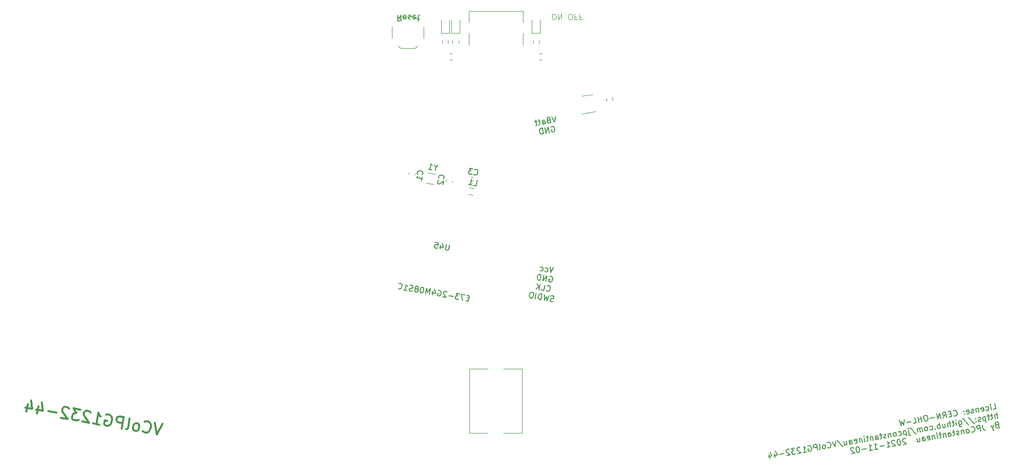
<source format=gbr>
%TF.GenerationSoftware,KiCad,Pcbnew,(5.1.10)-1*%
%TF.CreationDate,2021-11-02T21:32:16-06:00*%
%TF.ProjectId,VColChoc44,56436f6c-4368-46f6-9334-342e6b696361,rev?*%
%TF.SameCoordinates,Original*%
%TF.FileFunction,Legend,Bot*%
%TF.FilePolarity,Positive*%
%FSLAX46Y46*%
G04 Gerber Fmt 4.6, Leading zero omitted, Abs format (unit mm)*
G04 Created by KiCad (PCBNEW (5.1.10)-1) date 2021-11-02 21:32:16*
%MOMM*%
%LPD*%
G01*
G04 APERTURE LIST*
%ADD10C,0.150000*%
%ADD11C,0.300000*%
%ADD12C,0.100000*%
%ADD13C,0.120000*%
G04 APERTURE END LIST*
D10*
X160097262Y-104230025D02*
X159595344Y-105156950D01*
X159440723Y-104114260D01*
X158525014Y-104919868D02*
X158610537Y-104983302D01*
X158798119Y-105016378D01*
X158900179Y-104986020D01*
X158955344Y-104947393D01*
X159018777Y-104861871D01*
X159068391Y-104580498D01*
X159038033Y-104478437D01*
X158999407Y-104423273D01*
X158913884Y-104359839D01*
X158726302Y-104326763D01*
X158624242Y-104357121D01*
X157680893Y-104771027D02*
X157766416Y-104834461D01*
X157953998Y-104867536D01*
X158056058Y-104837179D01*
X158111223Y-104798552D01*
X158174656Y-104713030D01*
X158224270Y-104431656D01*
X158193912Y-104329596D01*
X158155286Y-104274431D01*
X158069763Y-104210998D01*
X157882181Y-104177922D01*
X157780121Y-104208280D01*
X159380413Y-105827433D02*
X159482473Y-105797075D01*
X159623160Y-105821882D01*
X159755578Y-105893585D01*
X159832831Y-106003914D01*
X159863189Y-106105974D01*
X159877009Y-106301825D01*
X159852202Y-106442512D01*
X159772231Y-106621826D01*
X159708797Y-106707348D01*
X159598468Y-106784601D01*
X159449512Y-106806690D01*
X159355721Y-106790152D01*
X159223303Y-106718450D01*
X159184676Y-106663285D01*
X159242559Y-106335016D01*
X159430142Y-106368092D01*
X158746078Y-106682656D02*
X158919726Y-105697848D01*
X158183331Y-106583428D01*
X158356979Y-105598620D01*
X157714375Y-106500738D02*
X157888023Y-105515931D01*
X157653545Y-105474586D01*
X157504589Y-105496675D01*
X157394260Y-105573928D01*
X157330826Y-105659450D01*
X157250855Y-105838764D01*
X157226048Y-105979450D01*
X157239868Y-106175302D01*
X157270225Y-106277362D01*
X157347479Y-106387691D01*
X157479897Y-106459394D01*
X157714375Y-106500738D01*
X158780918Y-108267546D02*
X158819545Y-108322710D01*
X158951963Y-108394413D01*
X159045754Y-108410951D01*
X159194710Y-108388862D01*
X159305039Y-108311609D01*
X159368473Y-108226086D01*
X159448444Y-108046773D01*
X159473251Y-107906086D01*
X159459431Y-107710235D01*
X159429073Y-107608174D01*
X159351820Y-107497845D01*
X159219402Y-107426143D01*
X159125611Y-107409605D01*
X158976655Y-107431694D01*
X158921491Y-107470320D01*
X157873364Y-108204227D02*
X158342320Y-108286916D01*
X158515968Y-107302108D01*
X157545095Y-108146344D02*
X157718743Y-107161536D01*
X156982347Y-108047116D02*
X157503635Y-107558790D01*
X157155996Y-107062309D02*
X157619515Y-107724283D01*
X159986790Y-110203981D02*
X159837834Y-110226070D01*
X159603356Y-110184725D01*
X159517834Y-110121291D01*
X159479207Y-110066127D01*
X159448849Y-109964067D01*
X159465387Y-109870275D01*
X159528821Y-109784753D01*
X159583985Y-109746126D01*
X159686046Y-109715769D01*
X159881897Y-109701949D01*
X159983957Y-109671591D01*
X160039122Y-109632965D01*
X160102555Y-109547442D01*
X160119093Y-109453651D01*
X160088736Y-109351591D01*
X160050109Y-109296426D01*
X159964587Y-109232993D01*
X159730109Y-109191648D01*
X159581153Y-109213737D01*
X159261153Y-109108959D02*
X158853026Y-110052421D01*
X158789478Y-109315912D01*
X158477861Y-109986270D01*
X158417032Y-108960117D01*
X157868219Y-109878773D02*
X158041867Y-108893966D01*
X157807389Y-108852621D01*
X157658433Y-108874709D01*
X157548104Y-108951963D01*
X157484670Y-109037485D01*
X157404699Y-109216798D01*
X157379892Y-109357485D01*
X157393712Y-109553337D01*
X157424069Y-109655397D01*
X157501323Y-109765726D01*
X157633741Y-109837428D01*
X157868219Y-109878773D01*
X156883411Y-109705125D02*
X157057059Y-108720317D01*
X156400520Y-108604552D02*
X156212938Y-108571476D01*
X156110878Y-108601834D01*
X156000549Y-108679087D01*
X155920577Y-108858401D01*
X155862695Y-109186670D01*
X155876514Y-109382521D01*
X155953768Y-109492850D01*
X156039290Y-109556284D01*
X156226872Y-109589360D01*
X156328932Y-109559002D01*
X156439262Y-109481749D01*
X156519233Y-109302435D01*
X156577116Y-108974166D01*
X156563296Y-108778315D01*
X156486043Y-108667985D01*
X156400520Y-108604552D01*
X160390575Y-77925745D02*
X160235954Y-78968435D01*
X159734037Y-78041510D01*
X159160188Y-78626232D02*
X159027770Y-78697934D01*
X158989143Y-78753099D01*
X158958786Y-78855159D01*
X158983592Y-78995846D01*
X159047026Y-79081368D01*
X159102191Y-79119994D01*
X159204251Y-79150352D01*
X159579416Y-79084200D01*
X159405767Y-78099393D01*
X159077498Y-78157275D01*
X158991976Y-78220709D01*
X158953349Y-78275874D01*
X158922992Y-78377934D01*
X158939529Y-78471725D01*
X159002963Y-78557247D01*
X159058128Y-78595874D01*
X159160188Y-78626232D01*
X159488457Y-78568349D01*
X158172547Y-79332269D02*
X158081589Y-78816418D01*
X158111946Y-78714357D01*
X158197469Y-78650924D01*
X158385051Y-78617848D01*
X158487111Y-78648206D01*
X158164278Y-79285374D02*
X158266339Y-79315731D01*
X158500817Y-79274387D01*
X158586339Y-79210953D01*
X158616697Y-79108893D01*
X158600159Y-79015102D01*
X158536725Y-78929579D01*
X158434665Y-78899222D01*
X158200187Y-78940567D01*
X158098127Y-78910209D01*
X157728513Y-78733614D02*
X157353348Y-78799765D01*
X157529943Y-78430151D02*
X157678784Y-79274272D01*
X157648427Y-79376332D01*
X157562904Y-79439766D01*
X157469113Y-79456304D01*
X157165765Y-78832841D02*
X156790600Y-78898993D01*
X156967196Y-78529379D02*
X157116037Y-79373500D01*
X157085679Y-79475560D01*
X157000157Y-79538993D01*
X156906366Y-79555531D01*
X159606764Y-79787759D02*
X159692286Y-79724326D01*
X159832973Y-79699519D01*
X159981929Y-79721608D01*
X160092258Y-79798861D01*
X160155692Y-79884383D01*
X160235663Y-80063697D01*
X160260470Y-80204383D01*
X160246650Y-80400235D01*
X160216293Y-80502295D01*
X160139039Y-80612624D01*
X160006621Y-80684327D01*
X159912830Y-80700865D01*
X159763874Y-80678776D01*
X159708710Y-80640149D01*
X159650827Y-80311880D01*
X159838410Y-80278804D01*
X159303187Y-80808361D02*
X159129539Y-79823553D01*
X158740440Y-80907589D01*
X158566792Y-79922781D01*
X158271484Y-80990278D02*
X158097836Y-80005470D01*
X157863358Y-80046815D01*
X157730940Y-80118518D01*
X157653687Y-80228847D01*
X157623329Y-80330907D01*
X157609509Y-80526758D01*
X157634316Y-80667445D01*
X157714287Y-80846759D01*
X157777721Y-80932281D01*
X157888050Y-81009534D01*
X158037006Y-81031623D01*
X158271484Y-80990278D01*
X236492583Y-128961540D02*
X236961539Y-128878850D01*
X236787891Y-127894043D01*
X236164314Y-129019423D02*
X236048548Y-128362884D01*
X235990665Y-128034615D02*
X236045830Y-128073241D01*
X236007203Y-128128406D01*
X235952039Y-128089779D01*
X235990665Y-128034615D01*
X236007203Y-128128406D01*
X235265028Y-129129637D02*
X235367088Y-129159995D01*
X235554671Y-129126919D01*
X235640193Y-129063486D01*
X235678820Y-129008321D01*
X235709177Y-128906261D01*
X235659563Y-128624887D01*
X235596130Y-128539365D01*
X235540965Y-128500738D01*
X235438905Y-128470381D01*
X235251323Y-128503456D01*
X235165800Y-128566890D01*
X234467803Y-129270210D02*
X234569863Y-129300567D01*
X234757445Y-129267491D01*
X234842968Y-129204058D01*
X234873325Y-129101998D01*
X234807174Y-128726833D01*
X234743740Y-128641311D01*
X234641680Y-128610953D01*
X234454097Y-128644029D01*
X234368575Y-128707462D01*
X234338217Y-128809522D01*
X234354755Y-128903314D01*
X234840249Y-128914415D01*
X233891350Y-128743256D02*
X234007116Y-129399795D01*
X233907888Y-128837048D02*
X233852723Y-128798421D01*
X233750663Y-128768063D01*
X233609976Y-128792870D01*
X233524454Y-128856304D01*
X233494097Y-128958364D01*
X233585055Y-129474215D01*
X233154726Y-129501740D02*
X233069203Y-129565174D01*
X232881621Y-129598250D01*
X232779561Y-129567892D01*
X232716127Y-129482370D01*
X232707858Y-129435474D01*
X232738216Y-129333414D01*
X232823738Y-129269981D01*
X232964425Y-129245174D01*
X233049947Y-129181740D01*
X233080305Y-129079680D01*
X233072036Y-129032784D01*
X233008603Y-128947262D01*
X232906542Y-128916904D01*
X232765856Y-128941711D01*
X232680333Y-129005145D01*
X231935440Y-129716733D02*
X232037500Y-129747091D01*
X232225082Y-129714015D01*
X232310605Y-129650582D01*
X232340962Y-129548522D01*
X232274811Y-129173357D01*
X232211377Y-129087834D01*
X232109317Y-129057477D01*
X231921735Y-129090553D01*
X231836212Y-129153986D01*
X231805855Y-129256046D01*
X231822393Y-129349838D01*
X232307887Y-129360939D01*
X231458215Y-129752527D02*
X231419588Y-129807692D01*
X231474753Y-129846319D01*
X231513379Y-129791154D01*
X231458215Y-129752527D01*
X231474753Y-129846319D01*
X231367256Y-129236676D02*
X231328630Y-129291840D01*
X231383794Y-129330467D01*
X231422421Y-129275302D01*
X231367256Y-129236676D01*
X231383794Y-129330467D01*
X229676182Y-130066748D02*
X229731346Y-130105375D01*
X229880302Y-130127463D01*
X229974093Y-130110925D01*
X230106511Y-130039223D01*
X230183765Y-129928894D01*
X230214122Y-129826834D01*
X230227942Y-129630982D01*
X230203135Y-129490295D01*
X230123164Y-129310982D01*
X230059730Y-129225460D01*
X229949401Y-129148206D01*
X229800445Y-129126118D01*
X229706654Y-129142656D01*
X229574236Y-129214358D01*
X229535609Y-129269523D01*
X229179701Y-129719108D02*
X228851431Y-129776991D01*
X228801703Y-130317649D02*
X229270659Y-130234960D01*
X229097011Y-129250152D01*
X228628055Y-129332842D01*
X227816895Y-130491298D02*
X228062475Y-129964459D01*
X228379643Y-130392070D02*
X228205995Y-129407262D01*
X227830830Y-129473414D01*
X227745307Y-129536848D01*
X227706681Y-129592012D01*
X227676323Y-129694072D01*
X227701130Y-129834759D01*
X227764563Y-129920281D01*
X227819728Y-129958908D01*
X227921788Y-129989266D01*
X228296953Y-129923114D01*
X227394835Y-130565718D02*
X227221187Y-129580911D01*
X226832088Y-130664946D01*
X226658439Y-129680138D01*
X226296980Y-130372471D02*
X225546650Y-130504774D01*
X224782615Y-130010896D02*
X224595033Y-130043972D01*
X224509511Y-130107406D01*
X224432257Y-130217735D01*
X224418437Y-130413586D01*
X224476320Y-130741856D01*
X224556292Y-130921169D01*
X224666621Y-130998422D01*
X224768681Y-131028780D01*
X224956263Y-130995704D01*
X225041786Y-130932271D01*
X225119039Y-130821942D01*
X225132859Y-130626090D01*
X225074976Y-130297821D01*
X224995005Y-130118507D01*
X224884675Y-130041254D01*
X224782615Y-130010896D01*
X224112142Y-131144546D02*
X223938494Y-130159738D01*
X224021184Y-130628694D02*
X223458437Y-130727921D01*
X223549395Y-131243773D02*
X223375747Y-130258965D01*
X222611483Y-131409152D02*
X223080439Y-131326463D01*
X222906791Y-130341655D01*
X222217062Y-131091870D02*
X221466732Y-131224174D01*
X220984071Y-130680682D02*
X220923241Y-131706835D01*
X220611624Y-131036477D01*
X220548076Y-131772987D01*
X220139950Y-130829524D01*
X237248058Y-130503783D02*
X237074410Y-129518976D01*
X236825997Y-130578204D02*
X236735039Y-130062352D01*
X236765396Y-129960292D01*
X236850919Y-129896859D01*
X236991606Y-129872052D01*
X237093666Y-129902409D01*
X237148830Y-129941036D01*
X236381963Y-129979548D02*
X236006798Y-130045700D01*
X236183393Y-129676086D02*
X236332234Y-130520207D01*
X236301877Y-130622267D01*
X236216354Y-130685700D01*
X236122563Y-130702238D01*
X235819215Y-130078776D02*
X235444051Y-130144927D01*
X235620646Y-129775313D02*
X235769487Y-130619434D01*
X235739129Y-130721494D01*
X235653607Y-130784928D01*
X235559816Y-130801466D01*
X235115781Y-130202810D02*
X235289429Y-131187618D01*
X235124050Y-130249706D02*
X235021990Y-130219348D01*
X234834408Y-130252424D01*
X234748885Y-130315857D01*
X234710259Y-130371022D01*
X234679901Y-130473082D01*
X234729515Y-130754456D01*
X234792948Y-130839978D01*
X234848113Y-130878605D01*
X234950173Y-130908962D01*
X235137756Y-130875887D01*
X235223278Y-130812453D01*
X234379157Y-130961294D02*
X234293635Y-131024728D01*
X234106052Y-131057804D01*
X234003992Y-131027446D01*
X233940558Y-130941924D01*
X233932289Y-130895028D01*
X233962647Y-130792968D01*
X234048169Y-130729534D01*
X234188856Y-130704728D01*
X234274378Y-130641294D01*
X234304736Y-130539234D01*
X234296467Y-130492338D01*
X234233034Y-130406816D01*
X234130974Y-130376458D01*
X233990287Y-130401265D01*
X233904764Y-130464699D01*
X233526767Y-131063240D02*
X233488140Y-131118405D01*
X233543305Y-131157031D01*
X233581932Y-131101867D01*
X233526767Y-131063240D01*
X233543305Y-131157031D01*
X233435808Y-130547388D02*
X233397182Y-130602553D01*
X233452346Y-130641179D01*
X233490973Y-130586015D01*
X233435808Y-130547388D01*
X233452346Y-130641179D01*
X232188998Y-130332052D02*
X233256380Y-131449392D01*
X231157294Y-130513969D02*
X232224677Y-131631309D01*
X230473116Y-131021437D02*
X230613688Y-131818663D01*
X230677122Y-131904185D01*
X230732287Y-131942811D01*
X230834347Y-131973169D01*
X230975034Y-131948362D01*
X231060556Y-131884929D01*
X230580613Y-131631080D02*
X230682673Y-131661438D01*
X230870255Y-131628362D01*
X230955777Y-131564928D01*
X230994404Y-131509764D01*
X231024762Y-131407704D01*
X230975148Y-131126330D01*
X230911715Y-131040808D01*
X230856550Y-131002181D01*
X230754490Y-130971823D01*
X230566907Y-131004899D01*
X230481385Y-131068333D01*
X230119926Y-131760665D02*
X230004160Y-131104127D01*
X229946277Y-130775858D02*
X230001442Y-130814484D01*
X229962815Y-130869649D01*
X229907651Y-130831022D01*
X229946277Y-130775858D01*
X229962815Y-130869649D01*
X229675891Y-131162010D02*
X229300726Y-131228161D01*
X229477321Y-130858547D02*
X229626163Y-131702668D01*
X229595805Y-131804728D01*
X229510283Y-131868162D01*
X229416491Y-131884700D01*
X229088222Y-131942582D02*
X228914574Y-130957775D01*
X228666162Y-132017003D02*
X228575203Y-131501151D01*
X228605561Y-131399091D01*
X228691083Y-131335658D01*
X228831770Y-131310851D01*
X228933830Y-131341209D01*
X228988995Y-131379835D01*
X227659380Y-131517575D02*
X227775145Y-132174113D01*
X228081440Y-131443154D02*
X228172399Y-131959006D01*
X228142041Y-132061066D01*
X228056519Y-132124500D01*
X227915832Y-132149306D01*
X227813772Y-132118949D01*
X227758607Y-132080322D01*
X227306189Y-132256803D02*
X227132541Y-131271995D01*
X227198693Y-131647160D02*
X227096632Y-131616802D01*
X226909050Y-131649878D01*
X226823528Y-131713312D01*
X226784901Y-131768476D01*
X226754543Y-131870537D01*
X226804157Y-132151910D01*
X226867591Y-132237432D01*
X226922755Y-132276059D01*
X227024815Y-132306417D01*
X227212398Y-132273341D01*
X227297920Y-132209907D01*
X226398635Y-132320122D02*
X226360008Y-132375287D01*
X226415173Y-132413913D01*
X226453799Y-132358749D01*
X226398635Y-132320122D01*
X226415173Y-132413913D01*
X225515887Y-132524128D02*
X225617947Y-132554486D01*
X225805530Y-132521410D01*
X225891052Y-132457976D01*
X225929679Y-132402812D01*
X225960036Y-132300751D01*
X225910422Y-132019378D01*
X225846989Y-131933856D01*
X225791824Y-131895229D01*
X225689764Y-131864871D01*
X225502182Y-131897947D01*
X225416660Y-131961381D01*
X224961409Y-132670251D02*
X225046931Y-132606817D01*
X225085558Y-132551653D01*
X225115915Y-132449593D01*
X225066302Y-132168219D01*
X225002868Y-132082697D01*
X224947703Y-132044070D01*
X224845643Y-132013713D01*
X224704956Y-132038519D01*
X224619434Y-132101953D01*
X224580808Y-132157117D01*
X224550450Y-132259178D01*
X224600064Y-132540551D01*
X224663497Y-132626074D01*
X224718662Y-132664700D01*
X224820722Y-132695058D01*
X224961409Y-132670251D01*
X224211079Y-132802554D02*
X224095314Y-132146016D01*
X224111851Y-132239807D02*
X224056687Y-132201180D01*
X223954627Y-132170823D01*
X223813940Y-132195630D01*
X223728418Y-132259063D01*
X223698060Y-132361123D01*
X223789019Y-132876975D01*
X223698060Y-132361123D02*
X223634626Y-132275601D01*
X223532566Y-132245243D01*
X223391879Y-132270050D01*
X223306357Y-132333484D01*
X223276000Y-132435544D01*
X223366958Y-132951396D01*
X222012651Y-132126416D02*
X223080034Y-133243756D01*
X221750533Y-132559464D02*
X221899374Y-133403585D01*
X221962808Y-133489107D01*
X222064868Y-133519465D01*
X222111764Y-133511196D01*
X221692650Y-132231195D02*
X221747815Y-132269821D01*
X221709188Y-132324986D01*
X221654024Y-132286359D01*
X221692650Y-132231195D01*
X221709188Y-132324986D01*
X221281577Y-132642154D02*
X221455225Y-133626961D01*
X221289846Y-132689049D02*
X221187786Y-132658691D01*
X221000203Y-132691767D01*
X220914681Y-132755201D01*
X220876055Y-132810365D01*
X220845697Y-132912426D01*
X220895311Y-133193799D01*
X220958744Y-133279321D01*
X221013909Y-133317948D01*
X221115969Y-133348306D01*
X221303551Y-133315230D01*
X221389074Y-133251796D01*
X220075997Y-133483327D02*
X220178057Y-133513685D01*
X220365639Y-133480609D01*
X220451161Y-133417176D01*
X220489788Y-133362011D01*
X220520146Y-133259951D01*
X220470532Y-132978577D01*
X220407099Y-132893055D01*
X220351934Y-132854428D01*
X220249874Y-132824071D01*
X220062291Y-132857147D01*
X219976769Y-132920580D01*
X219521518Y-133629450D02*
X219607041Y-133566017D01*
X219645667Y-133510852D01*
X219676025Y-133408792D01*
X219626411Y-133127419D01*
X219562978Y-133041896D01*
X219507813Y-133003270D01*
X219405753Y-132972912D01*
X219265066Y-132997719D01*
X219179544Y-133061152D01*
X219140917Y-133116317D01*
X219110559Y-133218377D01*
X219160173Y-133499751D01*
X219223607Y-133585273D01*
X219278771Y-133623900D01*
X219380831Y-133654257D01*
X219521518Y-133629450D01*
X218655423Y-133105215D02*
X218771189Y-133761754D01*
X218671961Y-133199007D02*
X218616796Y-133160380D01*
X218514736Y-133130022D01*
X218374049Y-133154829D01*
X218288527Y-133218263D01*
X218258170Y-133320323D01*
X218349128Y-133836174D01*
X217918799Y-133863700D02*
X217833276Y-133927133D01*
X217645694Y-133960209D01*
X217543634Y-133929851D01*
X217480200Y-133844329D01*
X217471931Y-133797433D01*
X217502289Y-133695373D01*
X217587811Y-133631940D01*
X217728498Y-133607133D01*
X217814020Y-133543699D01*
X217844378Y-133441639D01*
X217836109Y-133394743D01*
X217772676Y-133309221D01*
X217670615Y-133278864D01*
X217529929Y-133303670D01*
X217444406Y-133367104D01*
X217107868Y-133378091D02*
X216732703Y-133444243D01*
X216909299Y-133074629D02*
X217058140Y-133918750D01*
X217027782Y-134020810D01*
X216942260Y-134084243D01*
X216848469Y-134100781D01*
X216098139Y-134233085D02*
X216007180Y-133717233D01*
X216037538Y-133615173D01*
X216123060Y-133551739D01*
X216310643Y-133518663D01*
X216412703Y-133549021D01*
X216089870Y-134186189D02*
X216191930Y-134216547D01*
X216426408Y-134175202D01*
X216511930Y-134111768D01*
X216542288Y-134009708D01*
X216525750Y-133915917D01*
X216462317Y-133830395D01*
X216360257Y-133800037D01*
X216125778Y-133841382D01*
X216023718Y-133811024D01*
X215513417Y-133659236D02*
X215629183Y-134315774D01*
X215529955Y-133753027D02*
X215474791Y-133714400D01*
X215372731Y-133684043D01*
X215232044Y-133708849D01*
X215146522Y-133772283D01*
X215116164Y-133874343D01*
X215207122Y-134390195D01*
X214763088Y-133791539D02*
X214387923Y-133857691D01*
X214564518Y-133488077D02*
X214713359Y-134332198D01*
X214683002Y-134434258D01*
X214597480Y-134497691D01*
X214503688Y-134514229D01*
X214175419Y-134572112D02*
X214059654Y-133915574D01*
X214001771Y-133587304D02*
X214056935Y-133625931D01*
X214018309Y-133681095D01*
X213963144Y-133642469D01*
X214001771Y-133587304D01*
X214018309Y-133681095D01*
X213590698Y-133998263D02*
X213706463Y-134654802D01*
X213607235Y-134092054D02*
X213552071Y-134053428D01*
X213450011Y-134023070D01*
X213309324Y-134047877D01*
X213223802Y-134111310D01*
X213193444Y-134213371D01*
X213284403Y-134729222D01*
X212432013Y-134831168D02*
X212534073Y-134861526D01*
X212721655Y-134828450D01*
X212807177Y-134765016D01*
X212837535Y-134662956D01*
X212771383Y-134287791D01*
X212707950Y-134202269D01*
X212605890Y-134171911D01*
X212418307Y-134204987D01*
X212332785Y-134268421D01*
X212302427Y-134370481D01*
X212318965Y-134464272D01*
X212804459Y-134475374D01*
X211549265Y-135035174D02*
X211458306Y-134519322D01*
X211488664Y-134417262D01*
X211574186Y-134353828D01*
X211761769Y-134320753D01*
X211863829Y-134351110D01*
X211540996Y-134988278D02*
X211643056Y-135018636D01*
X211877534Y-134977291D01*
X211963057Y-134913858D01*
X211993414Y-134811797D01*
X211976876Y-134718006D01*
X211913443Y-134632484D01*
X211811383Y-134602126D01*
X211576905Y-134643471D01*
X211474844Y-134613113D01*
X210542483Y-134535746D02*
X210658249Y-135192284D01*
X210964544Y-134461325D02*
X211055502Y-134977177D01*
X211025144Y-135079237D01*
X210939622Y-135142670D01*
X210798935Y-135167477D01*
X210696875Y-135137119D01*
X210641711Y-135098493D01*
X209303941Y-134367305D02*
X210371324Y-135484645D01*
X209124628Y-134447276D02*
X208970007Y-135489967D01*
X208468089Y-134563042D01*
X207734183Y-135611168D02*
X207789347Y-135649795D01*
X207938303Y-135671884D01*
X208032094Y-135655346D01*
X208164512Y-135583643D01*
X208241766Y-135473314D01*
X208272123Y-135371254D01*
X208285943Y-135175403D01*
X208261136Y-135034716D01*
X208181165Y-134855402D01*
X208117731Y-134769880D01*
X208007402Y-134692627D01*
X207858446Y-134670538D01*
X207764655Y-134687076D01*
X207632237Y-134758779D01*
X207593611Y-134813943D01*
X207187974Y-135804187D02*
X207273496Y-135740754D01*
X207312122Y-135685589D01*
X207342480Y-135583529D01*
X207292866Y-135302155D01*
X207229433Y-135216633D01*
X207174268Y-135178006D01*
X207072208Y-135147649D01*
X206931521Y-135172456D01*
X206845999Y-135235889D01*
X206807372Y-135291054D01*
X206777015Y-135393114D01*
X206826628Y-135674487D01*
X206890062Y-135760010D01*
X206945227Y-135798636D01*
X207047287Y-135828994D01*
X207187974Y-135804187D01*
X206296957Y-135961297D02*
X206382479Y-135897864D01*
X206412837Y-135795804D01*
X206263996Y-134951683D01*
X205921792Y-136027449D02*
X205748144Y-135042641D01*
X205372979Y-135108793D01*
X205287457Y-135172227D01*
X205248830Y-135227391D01*
X205218473Y-135329451D01*
X205243279Y-135470138D01*
X205306713Y-135555660D01*
X205361878Y-135594287D01*
X205463938Y-135624645D01*
X205839103Y-135558493D01*
X204255754Y-135354144D02*
X204341276Y-135290710D01*
X204481963Y-135265903D01*
X204630918Y-135287992D01*
X204741248Y-135365245D01*
X204804681Y-135450768D01*
X204884652Y-135630081D01*
X204909459Y-135770768D01*
X204895640Y-135966619D01*
X204865282Y-136068679D01*
X204788029Y-136179009D01*
X204655611Y-136250711D01*
X204561820Y-136267249D01*
X204412864Y-136245160D01*
X204357699Y-136206534D01*
X204299816Y-135878264D01*
X204487399Y-135845189D01*
X203436325Y-136465704D02*
X203999072Y-136366477D01*
X203717699Y-136416090D02*
X203544050Y-135431283D01*
X203662649Y-135555431D01*
X203772978Y-135632685D01*
X203875038Y-135663042D01*
X202904050Y-135640839D02*
X202848885Y-135602213D01*
X202746825Y-135571855D01*
X202512347Y-135613200D01*
X202426825Y-135676633D01*
X202388198Y-135731798D01*
X202357841Y-135833858D01*
X202374378Y-135927649D01*
X202446081Y-136060067D01*
X203108056Y-136523587D01*
X202498413Y-136631083D01*
X201996495Y-135704158D02*
X201386853Y-135811655D01*
X201781273Y-136128937D01*
X201640587Y-136153744D01*
X201555064Y-136217177D01*
X201516438Y-136272342D01*
X201486080Y-136374402D01*
X201527425Y-136608880D01*
X201590858Y-136694402D01*
X201646023Y-136733029D01*
X201748083Y-136763387D01*
X202029457Y-136713773D01*
X202114979Y-136650339D01*
X202153606Y-136595175D01*
X201028226Y-135971598D02*
X200973061Y-135932971D01*
X200871001Y-135902613D01*
X200636523Y-135943958D01*
X200551001Y-136007392D01*
X200512374Y-136062556D01*
X200482016Y-136164616D01*
X200498554Y-136258408D01*
X200570257Y-136390825D01*
X201232231Y-136854345D01*
X200622589Y-136961842D01*
X200134376Y-136661097D02*
X199384047Y-136793401D01*
X198443416Y-136669137D02*
X198559182Y-137325676D01*
X198611743Y-136252628D02*
X198970255Y-136914717D01*
X198360612Y-137022214D01*
X197505504Y-136834517D02*
X197621270Y-137491055D01*
X197673831Y-136418007D02*
X198032343Y-137080096D01*
X197422700Y-137187593D01*
X237115349Y-131670747D02*
X236982931Y-131742450D01*
X236944305Y-131797614D01*
X236913947Y-131899675D01*
X236938754Y-132040361D01*
X237002187Y-132125884D01*
X237057352Y-132164510D01*
X237159412Y-132194868D01*
X237534577Y-132128716D01*
X237360929Y-131143909D01*
X237032659Y-131201791D01*
X236947137Y-131265225D01*
X236908511Y-131320389D01*
X236878153Y-131422450D01*
X236894691Y-131516241D01*
X236958124Y-131601763D01*
X237013289Y-131640390D01*
X237115349Y-131670747D01*
X237443618Y-131612865D01*
X236527795Y-131629288D02*
X236409082Y-132327171D01*
X236058839Y-131711978D02*
X236409082Y-132327171D01*
X236544218Y-132545111D01*
X236599383Y-132583738D01*
X236701443Y-132614096D01*
X234594088Y-131631777D02*
X234718122Y-132335211D01*
X234789825Y-132467629D01*
X234900154Y-132544882D01*
X235049110Y-132566971D01*
X235142901Y-132550433D01*
X234298780Y-132699275D02*
X234125132Y-131714467D01*
X233749967Y-131780619D01*
X233664445Y-131844052D01*
X233625818Y-131899217D01*
X233595460Y-132001277D01*
X233620267Y-132141964D01*
X233683701Y-132227486D01*
X233738865Y-132266112D01*
X233840925Y-132296470D01*
X234216090Y-132230318D01*
X232734687Y-132878359D02*
X232789852Y-132916986D01*
X232938807Y-132939074D01*
X233032599Y-132922537D01*
X233165016Y-132850834D01*
X233242270Y-132740505D01*
X233272627Y-132638445D01*
X233286447Y-132442593D01*
X233261640Y-132301906D01*
X233181669Y-132122593D01*
X233118235Y-132037071D01*
X233007906Y-131959817D01*
X232858950Y-131937729D01*
X232765159Y-131954267D01*
X232632741Y-132025969D01*
X232594115Y-132081134D01*
X232188478Y-133071378D02*
X232274000Y-133007944D01*
X232312627Y-132952780D01*
X232342984Y-132850720D01*
X232293370Y-132569346D01*
X232229937Y-132483824D01*
X232174772Y-132445197D01*
X232072712Y-132414839D01*
X231932025Y-132439646D01*
X231846503Y-132503080D01*
X231807876Y-132558244D01*
X231777519Y-132660304D01*
X231827133Y-132941678D01*
X231890566Y-133027200D01*
X231945731Y-133065827D01*
X232047791Y-133096185D01*
X232188478Y-133071378D01*
X231322382Y-132547143D02*
X231438148Y-133203681D01*
X231338920Y-132640934D02*
X231283756Y-132602307D01*
X231181696Y-132571950D01*
X231041009Y-132596756D01*
X230955487Y-132660190D01*
X230925129Y-132762250D01*
X231016087Y-133278102D01*
X230585758Y-133305627D02*
X230500236Y-133369060D01*
X230312653Y-133402136D01*
X230210593Y-133371779D01*
X230147160Y-133286256D01*
X230138891Y-133239361D01*
X230169248Y-133137301D01*
X230254771Y-133073867D01*
X230395457Y-133049060D01*
X230480980Y-132985627D01*
X230511337Y-132883566D01*
X230503068Y-132836671D01*
X230439635Y-132751149D01*
X230337575Y-132720791D01*
X230196888Y-132745598D01*
X230111366Y-132809031D01*
X229774827Y-132820018D02*
X229399663Y-132886170D01*
X229576258Y-132516556D02*
X229725099Y-133360677D01*
X229694741Y-133462737D01*
X229609219Y-133526171D01*
X229515428Y-133542709D01*
X228765098Y-133675012D02*
X228674140Y-133159160D01*
X228704497Y-133057100D01*
X228790020Y-132993667D01*
X228977602Y-132960591D01*
X229079662Y-132990948D01*
X228756829Y-133628116D02*
X228858889Y-133658474D01*
X229093368Y-133617129D01*
X229178890Y-133553696D01*
X229209247Y-133451636D01*
X229192710Y-133357844D01*
X229129276Y-133272322D01*
X229027216Y-133241964D01*
X228792738Y-133283309D01*
X228690678Y-133252951D01*
X228180377Y-133101163D02*
X228296142Y-133757702D01*
X228196915Y-133194954D02*
X228141750Y-133156328D01*
X228039690Y-133125970D01*
X227899003Y-133150777D01*
X227813481Y-133214210D01*
X227783123Y-133316271D01*
X227874082Y-133832122D01*
X227430047Y-133233466D02*
X227054882Y-133299618D01*
X227231477Y-132930004D02*
X227380319Y-133774125D01*
X227349961Y-133876185D01*
X227264439Y-133939619D01*
X227170648Y-133956157D01*
X226842378Y-134014039D02*
X226726613Y-133357501D01*
X226668730Y-133029232D02*
X226723895Y-133067858D01*
X226685268Y-133123023D01*
X226630104Y-133084396D01*
X226668730Y-133029232D01*
X226685268Y-133123023D01*
X226257657Y-133440190D02*
X226373422Y-134096729D01*
X226274195Y-133533982D02*
X226219030Y-133495355D01*
X226116970Y-133464997D01*
X225976283Y-133489804D01*
X225890761Y-133553238D01*
X225860403Y-133655298D01*
X225951362Y-134171150D01*
X225098972Y-134273095D02*
X225201032Y-134303453D01*
X225388615Y-134270377D01*
X225474137Y-134206944D01*
X225504494Y-134104883D01*
X225438343Y-133729719D01*
X225374909Y-133644196D01*
X225272849Y-133613839D01*
X225085267Y-133646914D01*
X224999744Y-133710348D01*
X224969387Y-133812408D01*
X224985925Y-133906199D01*
X225471419Y-133917301D01*
X224216224Y-134477101D02*
X224125266Y-133961249D01*
X224155623Y-133859189D01*
X224241146Y-133795756D01*
X224428728Y-133762680D01*
X224530788Y-133793038D01*
X224207955Y-134430206D02*
X224310016Y-134460563D01*
X224544494Y-134419218D01*
X224630016Y-134355785D01*
X224660374Y-134253725D01*
X224643836Y-134159934D01*
X224580402Y-134074411D01*
X224478342Y-134044054D01*
X224243864Y-134085398D01*
X224141804Y-134055041D01*
X223209442Y-133977673D02*
X223325208Y-134634211D01*
X223631503Y-133903252D02*
X223722461Y-134419104D01*
X223692104Y-134521164D01*
X223606581Y-134584598D01*
X223465895Y-134609405D01*
X223363834Y-134579047D01*
X223308670Y-134540420D01*
X221245378Y-134082222D02*
X221190213Y-134043596D01*
X221088153Y-134013238D01*
X220853675Y-134054583D01*
X220768153Y-134118016D01*
X220729526Y-134173181D01*
X220699168Y-134275241D01*
X220715706Y-134369032D01*
X220787409Y-134501450D01*
X221449384Y-134964970D01*
X220839741Y-135072466D01*
X220056450Y-134195155D02*
X219962658Y-134211693D01*
X219877136Y-134275127D01*
X219838509Y-134330291D01*
X219808152Y-134432351D01*
X219794332Y-134628203D01*
X219835677Y-134862681D01*
X219915648Y-135041994D01*
X219979082Y-135127516D01*
X220034246Y-135166143D01*
X220136307Y-135196501D01*
X220230098Y-135179963D01*
X220315620Y-135116529D01*
X220354247Y-135061365D01*
X220384604Y-134959305D01*
X220398424Y-134763453D01*
X220357079Y-134528975D01*
X220277108Y-134349662D01*
X220213674Y-134264139D01*
X220158510Y-134225513D01*
X220056450Y-134195155D01*
X219369553Y-134412981D02*
X219314389Y-134374354D01*
X219212329Y-134343996D01*
X218977851Y-134385341D01*
X218892328Y-134448775D01*
X218853702Y-134503939D01*
X218823344Y-134605999D01*
X218839882Y-134699791D01*
X218911584Y-134832209D01*
X219573559Y-135295728D01*
X218963916Y-135403225D01*
X218026004Y-135568604D02*
X218588751Y-135469376D01*
X218307378Y-135518990D02*
X218133730Y-134534182D01*
X218252328Y-134658331D01*
X218362657Y-134735585D01*
X218464717Y-134765942D01*
X217537792Y-135267860D02*
X216787462Y-135400163D01*
X215868806Y-135948976D02*
X216431554Y-135849749D01*
X216150180Y-135899362D02*
X215976532Y-134914555D01*
X216095130Y-135038704D01*
X216205459Y-135115957D01*
X216307519Y-135146315D01*
X214930894Y-136114355D02*
X215493641Y-136015128D01*
X215212268Y-136064742D02*
X215038620Y-135079934D01*
X215157218Y-135204083D01*
X215267547Y-135281336D01*
X215369607Y-135311694D01*
X214442682Y-135813611D02*
X213692352Y-135945915D01*
X212928317Y-135452037D02*
X212834526Y-135468575D01*
X212749004Y-135532009D01*
X212710377Y-135587173D01*
X212680019Y-135689233D01*
X212666200Y-135885085D01*
X212707545Y-136119563D01*
X212787516Y-136298876D01*
X212850949Y-136384398D01*
X212906114Y-136423025D01*
X213008174Y-136453383D01*
X213101965Y-136436845D01*
X213187488Y-136373411D01*
X213226114Y-136318247D01*
X213256472Y-136216187D01*
X213270292Y-136020335D01*
X213228947Y-135785857D01*
X213148976Y-135606544D01*
X213085542Y-135521021D01*
X213030377Y-135482395D01*
X212928317Y-135452037D01*
X212241421Y-135669863D02*
X212186257Y-135631236D01*
X212084196Y-135600878D01*
X211849718Y-135642223D01*
X211764196Y-135705657D01*
X211725569Y-135760821D01*
X211695212Y-135862881D01*
X211711750Y-135956673D01*
X211783452Y-136089091D01*
X212445427Y-136552610D01*
X211835784Y-136660107D01*
D11*
X92054774Y-131513448D02*
X91050939Y-133367298D01*
X90741697Y-131281917D01*
X88645444Y-132749729D02*
X88722697Y-132860058D01*
X88987533Y-133003463D01*
X89175115Y-133036539D01*
X89473027Y-132992362D01*
X89693685Y-132837855D01*
X89820552Y-132666811D01*
X89980495Y-132308184D01*
X90030109Y-132026810D01*
X90002469Y-131635107D01*
X89941754Y-131430987D01*
X89787247Y-131210329D01*
X89522411Y-131066924D01*
X89334829Y-131033848D01*
X89036917Y-131078025D01*
X88926588Y-131155279D01*
X87486873Y-132738857D02*
X87690994Y-132678141D01*
X87801323Y-132600888D01*
X87928190Y-132429843D01*
X88027417Y-131867096D01*
X87966702Y-131662976D01*
X87889449Y-131552647D01*
X87718404Y-131425780D01*
X87437030Y-131376166D01*
X87232910Y-131436881D01*
X87122581Y-131514135D01*
X86995714Y-131685179D01*
X86896486Y-132247926D01*
X86957202Y-132452047D01*
X87034455Y-132562376D01*
X87205500Y-132689243D01*
X87486873Y-132738857D01*
X85704840Y-132424636D02*
X85908961Y-132363921D01*
X86035828Y-132192876D01*
X86333510Y-130504634D01*
X84954510Y-132292333D02*
X85301807Y-130322717D01*
X84551477Y-130190414D01*
X84347357Y-130251129D01*
X84237028Y-130328383D01*
X84110161Y-130499427D01*
X84060547Y-130780801D01*
X84121262Y-130984921D01*
X84198515Y-131095250D01*
X84369560Y-131222117D01*
X85119890Y-131354421D01*
X82283950Y-129887295D02*
X82488070Y-129826580D01*
X82769444Y-129876193D01*
X83034280Y-130019598D01*
X83188786Y-130240257D01*
X83249502Y-130444377D01*
X83277141Y-130836080D01*
X83227527Y-131117453D01*
X83067585Y-131476080D01*
X82940717Y-131647125D01*
X82720059Y-131801631D01*
X82422148Y-131845809D01*
X82234565Y-131812733D01*
X81969729Y-131669328D01*
X81892476Y-131558999D01*
X82008242Y-130902460D01*
X82383407Y-130968612D01*
X79983576Y-131415823D02*
X81109071Y-131614278D01*
X80546323Y-131515050D02*
X80893620Y-129545435D01*
X81031588Y-129859884D01*
X81186095Y-130080543D01*
X81357139Y-130207410D01*
X79547467Y-129501486D02*
X79470214Y-129391157D01*
X79299169Y-129264290D01*
X78830213Y-129181601D01*
X78626093Y-129242316D01*
X78515764Y-129319569D01*
X78388896Y-129490614D01*
X78355821Y-129678196D01*
X78399998Y-129976108D01*
X79327038Y-131300057D01*
X78107752Y-131085064D01*
X77798510Y-128999684D02*
X76579224Y-128784691D01*
X77103459Y-129650786D01*
X76822085Y-129601172D01*
X76617965Y-129661887D01*
X76507636Y-129739141D01*
X76380769Y-129910185D01*
X76298079Y-130379141D01*
X76358795Y-130583262D01*
X76436048Y-130693591D01*
X76607092Y-130820458D01*
X77169840Y-130919685D01*
X77373960Y-130858970D01*
X77484289Y-130781717D01*
X75795818Y-128839970D02*
X75718565Y-128729640D01*
X75547520Y-128602773D01*
X75078564Y-128520084D01*
X74874444Y-128580799D01*
X74764115Y-128658052D01*
X74637248Y-128829097D01*
X74604172Y-129016679D01*
X74648349Y-129314591D01*
X75575389Y-130638541D01*
X74356103Y-130423548D01*
X73644286Y-129524377D02*
X72143626Y-129259770D01*
X70460821Y-128382802D02*
X70229290Y-129695879D01*
X71062080Y-127715162D02*
X71282967Y-129204720D01*
X70063682Y-128989727D01*
X68584996Y-128052044D02*
X68353465Y-129365121D01*
X69186256Y-127384404D02*
X69407143Y-128873961D01*
X68187857Y-128658968D01*
D10*
X133561904Y-60347619D02*
X133228571Y-60823809D01*
X132990476Y-60347619D02*
X132990476Y-61347619D01*
X133371428Y-61347619D01*
X133466666Y-61300000D01*
X133514285Y-61252380D01*
X133561904Y-61157142D01*
X133561904Y-61014285D01*
X133514285Y-60919047D01*
X133466666Y-60871428D01*
X133371428Y-60823809D01*
X132990476Y-60823809D01*
X134371428Y-60395238D02*
X134276190Y-60347619D01*
X134085714Y-60347619D01*
X133990476Y-60395238D01*
X133942857Y-60490476D01*
X133942857Y-60871428D01*
X133990476Y-60966666D01*
X134085714Y-61014285D01*
X134276190Y-61014285D01*
X134371428Y-60966666D01*
X134419047Y-60871428D01*
X134419047Y-60776190D01*
X133942857Y-60680952D01*
X134800000Y-60395238D02*
X134895238Y-60347619D01*
X135085714Y-60347619D01*
X135180952Y-60395238D01*
X135228571Y-60490476D01*
X135228571Y-60538095D01*
X135180952Y-60633333D01*
X135085714Y-60680952D01*
X134942857Y-60680952D01*
X134847619Y-60728571D01*
X134800000Y-60823809D01*
X134800000Y-60871428D01*
X134847619Y-60966666D01*
X134942857Y-61014285D01*
X135085714Y-61014285D01*
X135180952Y-60966666D01*
X136038095Y-60395238D02*
X135942857Y-60347619D01*
X135752380Y-60347619D01*
X135657142Y-60395238D01*
X135609523Y-60490476D01*
X135609523Y-60871428D01*
X135657142Y-60966666D01*
X135752380Y-61014285D01*
X135942857Y-61014285D01*
X136038095Y-60966666D01*
X136085714Y-60871428D01*
X136085714Y-60776190D01*
X135609523Y-60680952D01*
X136371428Y-61014285D02*
X136752380Y-61014285D01*
X136514285Y-61347619D02*
X136514285Y-60490476D01*
X136561904Y-60395238D01*
X136657142Y-60347619D01*
X136752380Y-60347619D01*
D12*
X160019047Y-61147619D02*
X160209523Y-61147619D01*
X160304761Y-61100000D01*
X160400000Y-61004761D01*
X160447619Y-60814285D01*
X160447619Y-60480952D01*
X160400000Y-60290476D01*
X160304761Y-60195238D01*
X160209523Y-60147619D01*
X160019047Y-60147619D01*
X159923809Y-60195238D01*
X159828571Y-60290476D01*
X159780952Y-60480952D01*
X159780952Y-60814285D01*
X159828571Y-61004761D01*
X159923809Y-61100000D01*
X160019047Y-61147619D01*
X160876190Y-60147619D02*
X160876190Y-61147619D01*
X161447619Y-60147619D01*
X161447619Y-61147619D01*
X162876190Y-61147619D02*
X163066666Y-61147619D01*
X163161904Y-61100000D01*
X163257142Y-61004761D01*
X163304761Y-60814285D01*
X163304761Y-60480952D01*
X163257142Y-60290476D01*
X163161904Y-60195238D01*
X163066666Y-60147619D01*
X162876190Y-60147619D01*
X162780952Y-60195238D01*
X162685714Y-60290476D01*
X162638095Y-60480952D01*
X162638095Y-60814285D01*
X162685714Y-61004761D01*
X162780952Y-61100000D01*
X162876190Y-61147619D01*
X164066666Y-60671428D02*
X163733333Y-60671428D01*
X163733333Y-60147619D02*
X163733333Y-61147619D01*
X164209523Y-61147619D01*
X164923809Y-60671428D02*
X164590476Y-60671428D01*
X164590476Y-60147619D02*
X164590476Y-61147619D01*
X165066666Y-61147619D01*
D13*
%TO.C,J2*%
X145300000Y-59700000D02*
X154700000Y-59700000D01*
X154700000Y-65500000D02*
X154700000Y-63500000D01*
X154700000Y-61600000D02*
X154700000Y-59700000D01*
X145300000Y-65500000D02*
X145300000Y-63500000D01*
X145300000Y-61600000D02*
X145300000Y-59700000D01*
%TO.C,Y1*%
X139547695Y-88055506D02*
X138218205Y-87821081D01*
X139243811Y-89778919D02*
X137914321Y-89544494D01*
%TO.C,U46*%
X167328840Y-77134249D02*
X164935757Y-77556214D01*
X165062478Y-74416510D02*
X166795740Y-74110890D01*
%TO.C,SW2*%
X135950000Y-60600000D02*
X133450000Y-60600000D01*
X137450000Y-62350000D02*
X137450000Y-64350000D01*
X135950000Y-66100000D02*
X133450000Y-66100000D01*
X131950000Y-62350000D02*
X131950000Y-64350000D01*
X136400000Y-61050000D02*
X135950000Y-60600000D01*
X133000000Y-61050000D02*
X133450000Y-60600000D01*
X133000000Y-65650000D02*
X133450000Y-66100000D01*
X136400000Y-65650000D02*
X135950000Y-66100000D01*
%TO.C,R6*%
X170216622Y-74688080D02*
X170299020Y-75155387D01*
X169187498Y-74869543D02*
X169269896Y-75336850D01*
%TO.C,R5*%
X157522500Y-64762742D02*
X157522500Y-65237258D01*
X156477500Y-64762742D02*
X156477500Y-65237258D01*
%TO.C,R4*%
X142437258Y-68122500D02*
X141962742Y-68122500D01*
X142437258Y-67077500D02*
X141962742Y-67077500D01*
%TO.C,R3*%
X157537742Y-67077501D02*
X158012258Y-67077501D01*
X157537742Y-68122501D02*
X158012258Y-68122501D01*
%TO.C,R2*%
X141722500Y-64762742D02*
X141722500Y-65237258D01*
X140677500Y-64762742D02*
X140677500Y-65237258D01*
%TO.C,R1*%
X143522500Y-64762742D02*
X143522500Y-65237258D01*
X142477500Y-64762742D02*
X142477500Y-65237258D01*
%TO.C,L1*%
X146049951Y-91636384D02*
X145262849Y-91497597D01*
X146244437Y-90533399D02*
X145457335Y-90394612D01*
%TO.C,D3*%
X156265000Y-63485000D02*
X156265000Y-61200000D01*
X157735000Y-63485000D02*
X156265000Y-63485000D01*
X157735000Y-61200000D02*
X157735000Y-63485000D01*
%TO.C,D2*%
X140465000Y-63485000D02*
X140465000Y-61200000D01*
X141935000Y-63485000D02*
X140465000Y-63485000D01*
X141935000Y-61200000D02*
X141935000Y-63485000D01*
%TO.C,D1*%
X142265000Y-63485000D02*
X142265000Y-61200000D01*
X143735000Y-63485000D02*
X142265000Y-63485000D01*
X143735000Y-61200000D02*
X143735000Y-63485000D01*
%TO.C,C3*%
X145886658Y-89592086D02*
X145609769Y-89543263D01*
X146063779Y-88587583D02*
X145786890Y-88538760D01*
%TO.C,C2*%
X142461240Y-89186890D02*
X142412417Y-89463779D01*
X141456737Y-89009769D02*
X141407914Y-89286658D01*
%TO.C,C1*%
X134873337Y-88049884D02*
X134922160Y-87772995D01*
X135877840Y-88227005D02*
X135926663Y-87950116D01*
%TO.C,LS1*%
X154600000Y-121900000D02*
X151350000Y-121900000D01*
X145400000Y-121900000D02*
X145400000Y-133100000D01*
X154600000Y-133100000D02*
X154600000Y-121900000D01*
X151350000Y-133100000D02*
X154600000Y-133100000D01*
X145400000Y-133100000D02*
X148650000Y-133100000D01*
X148650000Y-121900000D02*
X145400000Y-121900000D01*
%TO.C,U45*%
D10*
X141968705Y-100304696D02*
X141828133Y-101101921D01*
X141764699Y-101187444D01*
X141709535Y-101226070D01*
X141607475Y-101256428D01*
X141419892Y-101223352D01*
X141334370Y-101159919D01*
X141295743Y-101104754D01*
X141265386Y-101002694D01*
X141405958Y-100205468D01*
X140457059Y-100376627D02*
X140341293Y-101033166D01*
X140757689Y-100042807D02*
X140868132Y-100787586D01*
X140258489Y-100680090D01*
X139530134Y-99874710D02*
X139999090Y-99957400D01*
X139963296Y-100434625D01*
X139924669Y-100379460D01*
X139839147Y-100316027D01*
X139604669Y-100274682D01*
X139502609Y-100305039D01*
X139447444Y-100343666D01*
X139384011Y-100429188D01*
X139342666Y-100663666D01*
X139373024Y-100765727D01*
X139411650Y-100820891D01*
X139497172Y-100884325D01*
X139731650Y-100925669D01*
X139833711Y-100895312D01*
X139888875Y-100856685D01*
X145375615Y-109642578D02*
X145047345Y-109584696D01*
X144815700Y-110075741D02*
X145284656Y-110158430D01*
X145458304Y-109173622D01*
X144989348Y-109090933D01*
X144661079Y-109033050D02*
X144004540Y-108917285D01*
X144252953Y-109976513D01*
X143723167Y-108867671D02*
X143113524Y-108760174D01*
X143375642Y-109193222D01*
X143234955Y-109168415D01*
X143132895Y-109198773D01*
X143077730Y-109237399D01*
X143014296Y-109322922D01*
X142972952Y-109557400D01*
X143003309Y-109659460D01*
X143041936Y-109714624D01*
X143127458Y-109778058D01*
X143408832Y-109827672D01*
X143510892Y-109797314D01*
X143566057Y-109758687D01*
X142583967Y-109295397D02*
X141833637Y-109163093D01*
X141502535Y-108572821D02*
X141463909Y-108517656D01*
X141378386Y-108454223D01*
X141143908Y-108412878D01*
X141041848Y-108443236D01*
X140986684Y-108481862D01*
X140923250Y-108567385D01*
X140906712Y-108661176D01*
X140928801Y-108810132D01*
X141392321Y-109472106D01*
X140782678Y-109364610D01*
X140010145Y-108261319D02*
X140112205Y-108230961D01*
X140252892Y-108255768D01*
X140385310Y-108327470D01*
X140462563Y-108437799D01*
X140492921Y-108539860D01*
X140506740Y-108735711D01*
X140481934Y-108876398D01*
X140401962Y-109055711D01*
X140338529Y-109141233D01*
X140228199Y-109218487D01*
X140079244Y-109240576D01*
X139985452Y-109224038D01*
X139853035Y-109152335D01*
X139814408Y-109097171D01*
X139872291Y-108768901D01*
X140059873Y-108801977D01*
X139069515Y-108385582D02*
X138953749Y-109042120D01*
X139370144Y-108051762D02*
X139480588Y-108796541D01*
X138870945Y-108689044D01*
X138437897Y-108951162D02*
X138611546Y-107966354D01*
X138159242Y-108611906D01*
X137955007Y-107850589D01*
X137781359Y-108835396D01*
X137298469Y-107734823D02*
X137204677Y-107718285D01*
X137102617Y-107748643D01*
X137047453Y-107787270D01*
X136984019Y-107872792D01*
X136904048Y-108052105D01*
X136862703Y-108286583D01*
X136876523Y-108482435D01*
X136906880Y-108584495D01*
X136945507Y-108639660D01*
X137031029Y-108703093D01*
X137124820Y-108719631D01*
X137226881Y-108689273D01*
X137282045Y-108650647D01*
X137345479Y-108565124D01*
X137425450Y-108385811D01*
X137466795Y-108151333D01*
X137452975Y-107955481D01*
X137422618Y-107853421D01*
X137383991Y-107798257D01*
X137298469Y-107734823D01*
X136333031Y-107999773D02*
X136435092Y-107969416D01*
X136490256Y-107930789D01*
X136553690Y-107845267D01*
X136561959Y-107798371D01*
X136531601Y-107696311D01*
X136492974Y-107641146D01*
X136407452Y-107577713D01*
X136219870Y-107544637D01*
X136117809Y-107574995D01*
X136062645Y-107613621D01*
X135999211Y-107699144D01*
X135990942Y-107746039D01*
X136021300Y-107848099D01*
X136059927Y-107903264D01*
X136145449Y-107966698D01*
X136333031Y-107999773D01*
X136418554Y-108063207D01*
X136457180Y-108118372D01*
X136487538Y-108220432D01*
X136454462Y-108408014D01*
X136391029Y-108493536D01*
X136335864Y-108532163D01*
X136233804Y-108562521D01*
X136046221Y-108529445D01*
X135960699Y-108466011D01*
X135922073Y-108410847D01*
X135891715Y-108308787D01*
X135924791Y-108121204D01*
X135988224Y-108035682D01*
X136043389Y-107997055D01*
X136145449Y-107966698D01*
X135491743Y-108383322D02*
X135342787Y-108405410D01*
X135108309Y-108364066D01*
X135022787Y-108300632D01*
X134984160Y-108245468D01*
X134953803Y-108143407D01*
X134970341Y-108049616D01*
X135033774Y-107964094D01*
X135088939Y-107925467D01*
X135190999Y-107895110D01*
X135386850Y-107881290D01*
X135488911Y-107850932D01*
X135544075Y-107812305D01*
X135607509Y-107726783D01*
X135624047Y-107632992D01*
X135593689Y-107530932D01*
X135555062Y-107475767D01*
X135469540Y-107412334D01*
X135235062Y-107370989D01*
X135086106Y-107393078D01*
X133982815Y-108165611D02*
X134545562Y-108264838D01*
X134264188Y-108215224D02*
X134437837Y-107230417D01*
X134506821Y-107387641D01*
X134584074Y-107497970D01*
X134669596Y-107561404D01*
X133014545Y-107898171D02*
X133053172Y-107953336D01*
X133185589Y-108025038D01*
X133279381Y-108041576D01*
X133428336Y-108019487D01*
X133538666Y-107942234D01*
X133602099Y-107856712D01*
X133682071Y-107677398D01*
X133706877Y-107536712D01*
X133693058Y-107340860D01*
X133662700Y-107238800D01*
X133585447Y-107128471D01*
X133453029Y-107056768D01*
X133359238Y-107040231D01*
X133210282Y-107062319D01*
X133155117Y-107100946D01*
%TO.C,Y1*%
X139551394Y-86889625D02*
X139468704Y-87358581D01*
X139970622Y-86431656D02*
X139551394Y-86889625D01*
X139314083Y-86315891D01*
X138296314Y-87151857D02*
X138859062Y-87251085D01*
X138577688Y-87201471D02*
X138751336Y-86216663D01*
X138820320Y-86373888D01*
X138897574Y-86484217D01*
X138983096Y-86547651D01*
%TO.C,L1*%
X146108377Y-89963495D02*
X146577333Y-90046185D01*
X146750981Y-89061377D01*
X145264256Y-89814654D02*
X145827003Y-89913881D01*
X145545630Y-89864268D02*
X145719278Y-88879460D01*
X145788262Y-89036685D01*
X145865516Y-89147014D01*
X145951038Y-89210447D01*
%TO.C,C3*%
X146187208Y-88037806D02*
X146225835Y-88092970D01*
X146358252Y-88164673D01*
X146452044Y-88181211D01*
X146600999Y-88159122D01*
X146711329Y-88081869D01*
X146774762Y-87996347D01*
X146854734Y-87817033D01*
X146879540Y-87676346D01*
X146865721Y-87480495D01*
X146835363Y-87378435D01*
X146758110Y-87268106D01*
X146625692Y-87196403D01*
X146531901Y-87179865D01*
X146382945Y-87201954D01*
X146327780Y-87240581D01*
X146016049Y-87088907D02*
X145406406Y-86981410D01*
X145668524Y-87414458D01*
X145527837Y-87389651D01*
X145425777Y-87420009D01*
X145370612Y-87458635D01*
X145307178Y-87544157D01*
X145265834Y-87778635D01*
X145296191Y-87880696D01*
X145334818Y-87935860D01*
X145420340Y-87999294D01*
X145701714Y-88048908D01*
X145803774Y-88018550D01*
X145858939Y-87979923D01*
%TO.C,C2*%
X140906960Y-88886339D02*
X140962124Y-88847712D01*
X141033827Y-88715295D01*
X141050365Y-88621503D01*
X141028276Y-88472548D01*
X140951023Y-88362218D01*
X140865501Y-88298785D01*
X140686187Y-88218813D01*
X140545500Y-88194007D01*
X140349649Y-88207826D01*
X140247589Y-88238184D01*
X140137260Y-88315437D01*
X140065557Y-88447855D01*
X140049019Y-88541646D01*
X140071108Y-88690602D01*
X140109735Y-88745767D01*
X140043583Y-89120932D02*
X139988418Y-89159558D01*
X139924985Y-89245081D01*
X139883640Y-89479559D01*
X139913998Y-89581619D01*
X139952624Y-89636783D01*
X140038147Y-89700217D01*
X140131938Y-89716755D01*
X140280894Y-89694666D01*
X140942868Y-89231146D01*
X140835372Y-89840789D01*
%TO.C,C1*%
X137188933Y-88146199D02*
X137244097Y-88107572D01*
X137315800Y-87975155D01*
X137332338Y-87881363D01*
X137310249Y-87732408D01*
X137232996Y-87622078D01*
X137147474Y-87558645D01*
X136968160Y-87478673D01*
X136827473Y-87453867D01*
X136631622Y-87467686D01*
X136529562Y-87498044D01*
X136419233Y-87575297D01*
X136347530Y-87707715D01*
X136330992Y-87801506D01*
X136353081Y-87950462D01*
X136391708Y-88005627D01*
X137117345Y-89100649D02*
X137216572Y-88537902D01*
X137166959Y-88819276D02*
X136182151Y-88645627D01*
X136339376Y-88576643D01*
X136449705Y-88499390D01*
X136513138Y-88413867D01*
%TD*%
M02*

</source>
